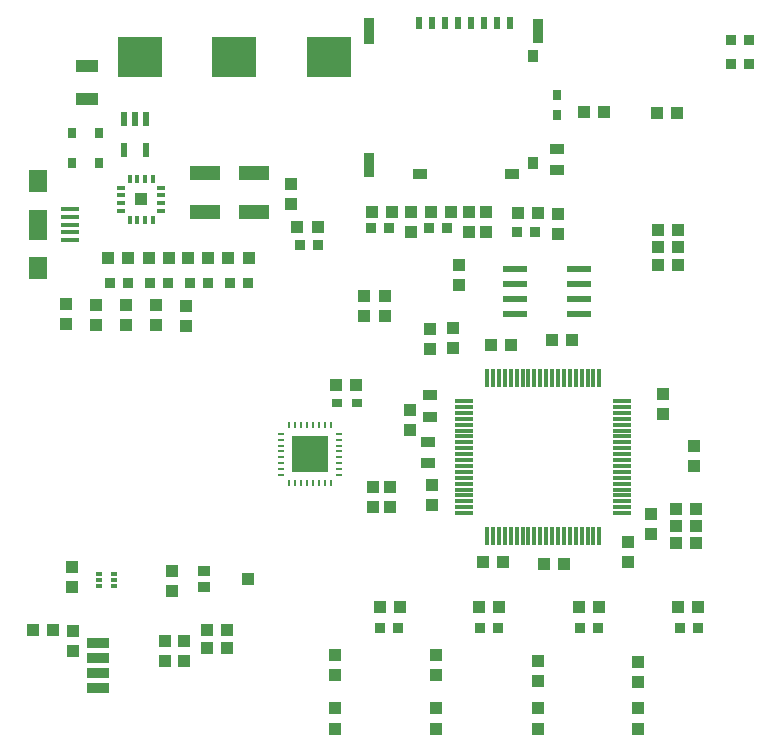
<source format=gbr>
%TF.GenerationSoftware,Novarm,DipTrace,3.2.0.1*%
%TF.CreationDate,2017-11-24T17:42:06-08:00*%
%FSLAX26Y26*%
%MOIN*%
%TF.FileFunction,Paste,Top*%
%TF.Part,Single*%
%AMOUTLINE0*
4,1,4,
-0.049213,-0.023622,
0.049213,-0.023622,
0.049213,0.023622,
-0.049213,0.023622,
-0.049213,-0.023622,
0*%
%AMOUTLINE1*
4,1,4,
-0.012402,-0.016339,
0.012402,-0.016339,
0.012402,0.016339,
-0.012402,0.016339,
-0.012402,-0.016339,
0*%
%AMOUTLINE2*
4,1,4,
-0.035433,0.019685,
-0.035433,-0.019685,
0.035433,-0.019685,
0.035433,0.019685,
-0.035433,0.019685,
0*%
%AMOUTLINE3*
4,1,4,
-0.028543,0.007874,
-0.028543,-0.007874,
0.028543,-0.007874,
0.028543,0.007874,
-0.028543,0.007874,
0*%
%AMOUTLINE4*
4,1,4,
-0.029528,0.035433,
-0.029528,-0.035433,
0.029528,-0.035433,
0.029528,0.035433,
-0.029528,0.035433,
0*%
%AMOUTLINE5*
4,1,4,
-0.029528,0.049213,
-0.029528,-0.049213,
0.029528,-0.049213,
0.029528,0.049213,
-0.029528,0.049213,
0*%
%AMOUTLINE7*
4,1,4,
-0.023622,0.015748,
-0.023622,-0.015748,
0.023622,-0.015748,
0.023622,0.015748,
-0.023622,0.015748,
0*%
%AMOUTLINE8*
4,1,4,
0.023622,-0.015748,
0.023622,0.015748,
-0.023622,0.015748,
-0.023622,-0.015748,
0.023622,-0.015748,
0*%
%AMOUTLINE9*
4,1,4,
-0.015748,0.015748,
-0.015748,-0.015748,
0.015748,-0.015748,
0.015748,0.015748,
-0.015748,0.015748,
0*%
%AMOUTLINE10*
4,1,4,
0.00689,-0.01378,
0.00689,0.01378,
-0.00689,0.01378,
-0.00689,-0.01378,
0.00689,-0.01378,
0*%
%AMOUTLINE11*
4,1,4,
0.01378,0.00689,
-0.01378,0.00689,
-0.01378,-0.00689,
0.01378,-0.00689,
0.01378,0.00689,
0*%
%AMOUTLINE12*
4,1,4,
-0.00689,0.01378,
-0.00689,-0.01378,
0.00689,-0.01378,
0.00689,0.01378,
-0.00689,0.01378,
0*%
%AMOUTLINE13*
4,1,4,
-0.01378,-0.00689,
0.01378,-0.00689,
0.01378,0.00689,
-0.01378,0.00689,
-0.01378,-0.00689,
0*%
%AMOUTLINE14*
4,1,4,
0.019685,-0.019685,
0.019685,0.019685,
-0.019685,0.019685,
-0.019685,-0.019685,
0.019685,-0.019685,
0*%
%AMOUTLINE15*
4,1,4,
-0.010827,-0.023622,
0.010827,-0.023622,
0.010827,0.023622,
-0.010827,0.023622,
-0.010827,-0.023622,
0*%
%AMOUTLINE16*
4,1,4,
0.021654,0.015748,
-0.021654,0.015748,
-0.021654,-0.015748,
0.021654,-0.015748,
0.021654,0.015748,
0*%
%AMOUTLINE17*
4,1,4,
0.021654,0.019685,
-0.021654,0.019685,
-0.021654,-0.019685,
0.021654,-0.019685,
0.021654,0.019685,
0*%
%AMOUTLINE18*
4,1,4,
0.035433,-0.015748,
0.035433,0.015748,
-0.035433,0.015748,
-0.035433,-0.015748,
0.035433,-0.015748,
0*%
%AMOUTLINE19*
4,1,4,
-0.009843,0.005906,
-0.009843,-0.005906,
0.009843,-0.005906,
0.009843,0.005906,
-0.009843,0.005906,
0*%
%ADD24R,0.043307X0.03937*%
%ADD25R,0.03937X0.043307*%
%ADD46R,0.062992X0.011811*%
%ADD47R,0.011811X0.062992*%
%ADD48R,0.07874X0.023622*%
%ADD69R,0.119953X0.119953*%
%ADD71O,0.025465X0.003811*%
%ADD73O,0.003811X0.025465*%
%ADD79R,0.011685X0.003811*%
%ADD81R,0.003811X0.011685*%
%ADD97R,0.037669X0.041213*%
%ADD99R,0.037669X0.039244*%
%ADD101R,0.051055X0.037276*%
%ADD103R,0.037276X0.078614*%
%ADD105R,0.037276X0.090425*%
%ADD107R,0.023496X0.040819*%
%ADD113R,0.03137X0.035307*%
%ADD115R,0.035307X0.03137*%
%ADD117R,0.14948X0.133732*%
%ADD121OUTLINE0*%
%ADD122OUTLINE1*%
%ADD123OUTLINE2*%
%ADD124OUTLINE3*%
%ADD125OUTLINE4*%
%ADD126OUTLINE5*%
%ADD128OUTLINE7*%
%ADD129OUTLINE8*%
%ADD130OUTLINE9*%
%ADD131OUTLINE10*%
%ADD132OUTLINE11*%
%ADD133OUTLINE12*%
%ADD134OUTLINE13*%
%ADD135OUTLINE14*%
%ADD136OUTLINE15*%
%ADD137OUTLINE16*%
%ADD138OUTLINE17*%
%ADD139OUTLINE18*%
%ADD140OUTLINE19*%
G75*
G01*
%LPD*%
D117*
X1444001Y2709623D3*
X1129041D3*
X814080D3*
D24*
X2050424Y1750382D3*
X1983495D3*
D113*
X2206310Y2515915D3*
Y2582844D3*
D24*
X1956664Y1025306D3*
X2023593D3*
D25*
X2519000Y1119000D3*
Y1185929D3*
D24*
X2228182Y1019197D3*
X2161253D3*
D25*
X2559625Y1519000D3*
Y1585929D3*
X1787749Y1281500D3*
Y1214571D3*
X1715875Y1465871D3*
Y1532801D3*
X1647003Y1275156D3*
Y1208227D3*
X1590752Y1275156D3*
Y1208227D3*
D121*
X1031470Y2322129D3*
Y2192207D3*
X1193987Y2322129D3*
Y2192207D3*
D24*
X2187562Y1765992D3*
X2254491D3*
D25*
X1319000Y2284625D3*
Y2217696D3*
X1877465Y2014965D3*
Y1948035D3*
D24*
X1037752Y800249D3*
X1104681D3*
X1103378Y737749D3*
X1036449D3*
D25*
X587749Y944000D3*
Y1010929D3*
X589982Y796243D3*
Y729314D3*
D24*
X1469000Y1615875D3*
X1535929D3*
D122*
X587730Y2456546D3*
X678281D3*
X587730Y2356556D3*
X678281D3*
D123*
X637724Y2569034D3*
Y2679270D3*
G36*
X503745Y2330701D2*
X444756D1*
Y2259807D1*
X503745D1*
Y2330701D1*
G37*
G36*
X488001Y2179758D2*
X460474D1*
Y2120687D1*
X488001D1*
Y2179758D1*
G37*
G36*
X503745Y2040637D2*
X444756D1*
Y1969743D1*
X503745D1*
Y2040637D1*
G37*
D124*
X581500Y2150251D3*
Y2175841D3*
Y2099070D3*
Y2124659D3*
D125*
X474217Y2295329D3*
Y2005172D3*
D126*
Y2150251D3*
D124*
X581500Y2201430D3*
D107*
X1745409Y2821198D3*
X1788717D3*
X1832024D3*
X1875331D3*
X1918638D3*
X1961945D3*
X2005252D3*
X2048559D3*
D105*
X1578480Y2796408D3*
D103*
Y2350345D3*
D101*
X1747772Y2318849D3*
X2054071D3*
D99*
X2125331Y2357431D3*
D97*
Y2711761D3*
D103*
X2141079Y2796408D3*
D128*
X1775398Y1356591D3*
Y1427457D3*
D129*
X1781647Y1581614D3*
Y1510748D3*
D128*
X2206310Y2331559D3*
Y2402425D3*
D130*
X1407251Y2083751D3*
X1348196D3*
X908583Y1956501D3*
X849528D3*
X775251D3*
X716196D3*
X1175249D3*
X1116194D3*
X1041916D3*
X982861D3*
X2675249Y806500D3*
X2616194D3*
X2341916D3*
X2282861D3*
X2008584D3*
X1949529D3*
X1675251D3*
X1616196D3*
X1837902Y2137923D3*
X1778846D3*
X1644131D3*
X1585076D3*
X2131682Y2125421D3*
X2072627D3*
X2844000Y2684630D3*
X2784945D3*
X2844000Y2765881D3*
X2784945D3*
D25*
X1781654Y1736257D3*
Y1803186D3*
X1856654Y1737881D3*
Y1804810D3*
D24*
X1339677Y2144173D3*
X1406606D3*
D25*
X1631500Y1912751D3*
Y1845822D3*
X1969165Y2125421D3*
Y2192350D3*
X969000Y1812751D3*
Y1879680D3*
X869000Y1815875D3*
Y1882804D3*
X769000Y1814571D3*
Y1881500D3*
X669000Y1815875D3*
Y1882804D3*
X2440875Y1094000D3*
Y1027071D3*
X569000Y1884625D3*
Y1817696D3*
D24*
X843738Y2037751D3*
X910667D3*
X708320D3*
X775249D3*
D25*
X1562751Y1912751D3*
Y1845822D3*
D24*
X1109625Y2037751D3*
X1176554D3*
X975251D3*
X1042180D3*
X2675249Y875248D3*
X2608320D3*
X2344000D3*
X2277071D3*
X2012751D3*
X1945822D3*
X1681500D3*
X1614571D3*
D25*
X1912741Y2125249D3*
Y2192178D3*
D24*
X1783311Y2194000D3*
X1850240D3*
D25*
X1718991Y2125249D3*
Y2192178D3*
D24*
X1587739Y2194000D3*
X1654668D3*
D25*
X2206690Y2119171D3*
Y2186100D3*
D24*
X2075427Y2187928D3*
X2142356D3*
D25*
X1465073Y714995D3*
Y648066D3*
X1802609Y714995D3*
Y648066D3*
X2141972Y696243D3*
Y629314D3*
X2475469Y694031D3*
Y627102D3*
X2140144Y537765D3*
Y470836D3*
X1802609Y537765D3*
Y470836D3*
X2475469Y537765D3*
Y470836D3*
X1465073Y537765D3*
Y470836D3*
D24*
X456507Y800282D3*
X523436D3*
D25*
X962810Y762778D3*
Y695849D3*
X897175Y762778D3*
Y695849D3*
D24*
X2600251Y1203375D3*
X2667180D3*
X2600252Y1147125D3*
X2667181D3*
X2600251Y1090875D3*
X2667180D3*
X2540875Y2131500D3*
X2607804D3*
X2540877Y2075251D3*
X2607806D3*
X2541113Y2016034D3*
X2608042D3*
D25*
X920157Y930713D3*
Y997642D3*
D24*
X2538432Y2523071D3*
X2605361D3*
D25*
X2662988Y1412846D3*
Y1345917D3*
D24*
X2294707Y2527507D3*
X2361636D3*
D115*
X1469911Y1557411D3*
X1536840D3*
D46*
X1894984Y1562749D3*
Y1543064D3*
Y1523379D3*
Y1503694D3*
Y1484009D3*
Y1464324D3*
Y1444639D3*
Y1424954D3*
Y1405269D3*
Y1385584D3*
Y1365899D3*
Y1346214D3*
Y1326529D3*
Y1306844D3*
Y1287159D3*
Y1267474D3*
Y1247789D3*
Y1228104D3*
Y1208419D3*
Y1188734D3*
D47*
X1971756Y1111962D3*
X1991441D3*
X2011126D3*
X2030811D3*
X2050496D3*
X2070181D3*
X2089866D3*
X2109551D3*
X2129236D3*
X2148921D3*
X2168606D3*
X2188291D3*
X2207976D3*
X2227661D3*
X2247346D3*
X2267031D3*
X2286717D3*
X2306402D3*
X2326087D3*
X2345772D3*
D46*
X2422543Y1188734D3*
Y1208419D3*
Y1228104D3*
Y1247789D3*
Y1267474D3*
Y1287159D3*
Y1306844D3*
Y1326529D3*
Y1346214D3*
Y1365899D3*
Y1385584D3*
Y1405269D3*
Y1424954D3*
Y1444639D3*
Y1464324D3*
Y1484009D3*
Y1503694D3*
Y1523379D3*
Y1543064D3*
Y1562749D3*
D47*
X2345772Y1639521D3*
X2326087D3*
X2306402D3*
X2286717D3*
X2267031D3*
X2247346D3*
X2227661D3*
X2207976D3*
X2188291D3*
X2168606D3*
X2148921D3*
X2129236D3*
X2109551D3*
X2089866D3*
X2070181D3*
X2050496D3*
X2030811D3*
X2011126D3*
X1991441D3*
X1971756D3*
D131*
X856500Y2303375D3*
X830909D3*
X805319D3*
X779728D3*
D132*
X750201Y2273848D3*
Y2248257D3*
Y2222667D3*
Y2197076D3*
D133*
X779728Y2167549D3*
X805319D3*
X830909D3*
X856500D3*
D134*
X886028Y2197076D3*
Y2222667D3*
Y2248257D3*
Y2273848D3*
D135*
X818114Y2235462D3*
D136*
X834625Y2503375D3*
X797223D3*
X759822D3*
Y2401005D3*
X834625D3*
D48*
X2065875Y2003375D3*
Y1953375D3*
Y1903375D3*
Y1853375D3*
X2278474D3*
Y1903375D3*
Y1953375D3*
Y2003375D3*
D81*
X1281593Y812783D3*
X1261908D3*
X1242223D3*
X1222538D3*
X1202853D3*
D79*
X1193010Y783256D3*
Y763571D3*
Y743886D3*
D81*
X1222538Y714358D3*
X1242223D3*
X1261908D3*
X1281593D3*
D79*
X1291436Y743886D3*
Y763571D3*
Y783256D3*
D81*
X1202853Y714358D3*
D137*
X1028375Y944000D3*
D138*
X1175226Y969984D3*
D137*
X1028375Y995181D3*
D139*
X675280Y756528D3*
Y606528D3*
Y656528D3*
Y706528D3*
D140*
X728375Y947126D3*
Y966811D3*
Y986496D3*
X676407D3*
Y966811D3*
Y947126D3*
D73*
X1450816Y1481230D3*
X1431131D3*
X1411446D3*
X1391761D3*
X1372076D3*
X1352391D3*
X1332706D3*
X1313021D3*
D71*
X1285462Y1453671D3*
Y1433986D3*
Y1414301D3*
Y1394615D3*
Y1374930D3*
Y1355245D3*
Y1335560D3*
Y1315875D3*
D73*
X1313021Y1288316D3*
X1332706D3*
X1352391D3*
X1372076D3*
X1391761D3*
X1411446D3*
X1431131D3*
X1450816D3*
D71*
X1478375Y1315875D3*
Y1335560D3*
Y1355245D3*
Y1374930D3*
Y1394615D3*
Y1414301D3*
Y1433986D3*
Y1453671D3*
D69*
X1381919Y1384773D3*
M02*

</source>
